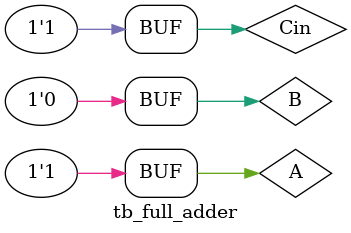
<source format=sv>
/*----------------------------------------------------------------------
TESTBENCH tb_full_adder.sv

= Purpose =
A testbench for full_adder cell.

= Description =
The stimuli generator assigns samples values to the DUT's input
and the output monitor displays the resulting DUT's output.
----------------------------------------------------------------------*/

module tb_full_adder ();

    // signal declarations
    reg A, B, Cin;
    wire Cout, Sout;

    // stimuli generation and output monitoring
    initial begin
        A = 1;
        B = 0;
        Cin = 1;
    
        $display("A    = ", A);
        $display("B    = ", B);
        $display("Cin  = ", Cin);

        #10;
        $display("Sout = ", Sout);
        $display("Cout = ", Cout);
    end

    // instance declarations
    full_adder      DUT (.A(A), .B(B), .Cin(Cin), .Sout(Sout), .Cout(Cout));

endmodule


</source>
